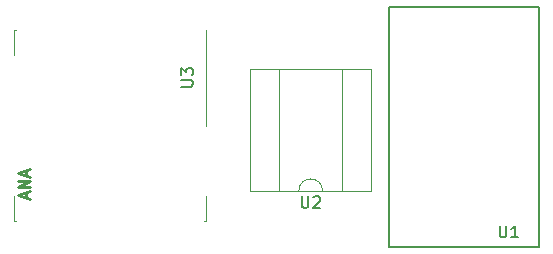
<source format=gto>
%TF.GenerationSoftware,KiCad,Pcbnew,5.0.0+dfsg1-2*%
%TF.CreationDate,2018-11-25T17:27:35+01:00*%
%TF.ProjectId,LoRa Environmental Sensors,4C6F526120456E7669726F6E6D656E74,01*%
%TF.SameCoordinates,Original*%
%TF.FileFunction,Legend,Top*%
%TF.FilePolarity,Positive*%
%FSLAX46Y46*%
G04 Gerber Fmt 4.6, Leading zero omitted, Abs format (unit mm)*
G04 Created by KiCad (PCBNEW 5.0.0+dfsg1-2) date Sun Nov 25 17:27:35 2018*
%MOMM*%
%LPD*%
G01*
G04 APERTURE LIST*
%ADD10C,0.250000*%
%ADD11C,0.120000*%
%ADD12C,0.150000*%
%ADD13C,0.100000*%
G04 APERTURE END LIST*
D10*
X132246666Y-83740476D02*
X132246666Y-83264285D01*
X132532380Y-83835714D02*
X131532380Y-83502380D01*
X132532380Y-83169047D01*
X132532380Y-82835714D02*
X131532380Y-82835714D01*
X132532380Y-82264285D01*
X131532380Y-82264285D01*
X132246666Y-81835714D02*
X132246666Y-81359523D01*
X132532380Y-81930952D02*
X131532380Y-81597619D01*
X132532380Y-81264285D01*
D11*
X155337000Y-83118000D02*
G75*
G02X157337000Y-83118000I1000000J0D01*
G01*
X157337000Y-83118000D02*
X158987000Y-83118000D01*
X158987000Y-83118000D02*
X158987000Y-72838000D01*
X158987000Y-72838000D02*
X153687000Y-72838000D01*
X153687000Y-72838000D02*
X153687000Y-83118000D01*
X153687000Y-83118000D02*
X155337000Y-83118000D01*
X161477000Y-83178000D02*
X161477000Y-72778000D01*
X161477000Y-72778000D02*
X151197000Y-72778000D01*
X151197000Y-72778000D02*
X151197000Y-83178000D01*
X151197000Y-83178000D02*
X161477000Y-83178000D01*
D12*
X162941000Y-87884000D02*
X162941000Y-67564000D01*
X175641000Y-67564000D02*
X175641000Y-87884000D01*
X175641000Y-67564000D02*
X162941000Y-67564000D01*
X162941000Y-87884000D02*
X175641000Y-87884000D01*
D13*
X147439000Y-69477000D02*
X147439000Y-77597000D01*
X131199000Y-83597000D02*
X131199000Y-85717000D01*
X131199000Y-85717000D02*
X131369000Y-85717000D01*
X131199000Y-69477000D02*
X131199000Y-71597000D01*
X131199000Y-69477000D02*
X131369000Y-69477000D01*
X147439000Y-83597000D02*
X147439000Y-85717000D01*
X147439000Y-85717000D02*
X147269000Y-85717000D01*
D12*
X155575095Y-83570380D02*
X155575095Y-84379904D01*
X155622714Y-84475142D01*
X155670333Y-84522761D01*
X155765571Y-84570380D01*
X155956047Y-84570380D01*
X156051285Y-84522761D01*
X156098904Y-84475142D01*
X156146523Y-84379904D01*
X156146523Y-83570380D01*
X156575095Y-83665619D02*
X156622714Y-83618000D01*
X156717952Y-83570380D01*
X156956047Y-83570380D01*
X157051285Y-83618000D01*
X157098904Y-83665619D01*
X157146523Y-83760857D01*
X157146523Y-83856095D01*
X157098904Y-83998952D01*
X156527476Y-84570380D01*
X157146523Y-84570380D01*
X172339095Y-86066380D02*
X172339095Y-86875904D01*
X172386714Y-86971142D01*
X172434333Y-87018761D01*
X172529571Y-87066380D01*
X172720047Y-87066380D01*
X172815285Y-87018761D01*
X172862904Y-86971142D01*
X172910523Y-86875904D01*
X172910523Y-86066380D01*
X173910523Y-87066380D02*
X173339095Y-87066380D01*
X173624809Y-87066380D02*
X173624809Y-86066380D01*
X173529571Y-86209238D01*
X173434333Y-86304476D01*
X173339095Y-86352095D01*
X145375380Y-74294904D02*
X146184904Y-74294904D01*
X146280142Y-74247285D01*
X146327761Y-74199666D01*
X146375380Y-74104428D01*
X146375380Y-73913952D01*
X146327761Y-73818714D01*
X146280142Y-73771095D01*
X146184904Y-73723476D01*
X145375380Y-73723476D01*
X145375380Y-73342523D02*
X145375380Y-72723476D01*
X145756333Y-73056809D01*
X145756333Y-72913952D01*
X145803952Y-72818714D01*
X145851571Y-72771095D01*
X145946809Y-72723476D01*
X146184904Y-72723476D01*
X146280142Y-72771095D01*
X146327761Y-72818714D01*
X146375380Y-72913952D01*
X146375380Y-73199666D01*
X146327761Y-73294904D01*
X146280142Y-73342523D01*
M02*

</source>
